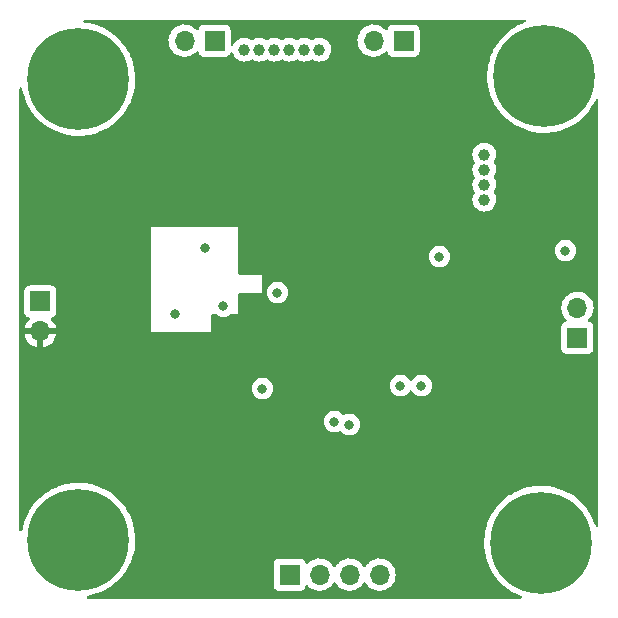
<source format=gbr>
%TF.GenerationSoftware,KiCad,Pcbnew,(6.0.1)*%
%TF.CreationDate,2022-05-08T06:10:33+05:45*%
%TF.ProjectId,STM32F4_Breakout,53544d33-3246-4345-9f42-7265616b6f75,rev?*%
%TF.SameCoordinates,Original*%
%TF.FileFunction,Copper,L3,Inr*%
%TF.FilePolarity,Positive*%
%FSLAX46Y46*%
G04 Gerber Fmt 4.6, Leading zero omitted, Abs format (unit mm)*
G04 Created by KiCad (PCBNEW (6.0.1)) date 2022-05-08 06:10:33*
%MOMM*%
%LPD*%
G01*
G04 APERTURE LIST*
%TA.AperFunction,ComponentPad*%
%ADD10C,0.900000*%
%TD*%
%TA.AperFunction,ComponentPad*%
%ADD11C,8.600000*%
%TD*%
%TA.AperFunction,ComponentPad*%
%ADD12R,1.700000X1.700000*%
%TD*%
%TA.AperFunction,ComponentPad*%
%ADD13O,1.700000X1.700000*%
%TD*%
%TA.AperFunction,ViaPad*%
%ADD14C,1.000000*%
%TD*%
%TA.AperFunction,ViaPad*%
%ADD15C,0.800000*%
%TD*%
G04 APERTURE END LIST*
D10*
%TO.N,GND*%
%TO.C,H3*%
X76733000Y-25296000D03*
X77677581Y-23015581D03*
X79958000Y-28521000D03*
X79958000Y-22071000D03*
X82238419Y-23015581D03*
X83183000Y-25296000D03*
X82238419Y-27576419D03*
X77677581Y-27576419D03*
D11*
X79928000Y-25246000D03*
%TD*%
%TO.N,GND*%
%TO.C,H1*%
X40500000Y-64500000D03*
D10*
X38053581Y-62385581D03*
X38053581Y-66946419D03*
X40334000Y-67891000D03*
X42614419Y-62385581D03*
X43559000Y-64666000D03*
X42614419Y-66946419D03*
X37109000Y-64666000D03*
X40334000Y-61441000D03*
%TD*%
D12*
%TO.N,GND*%
%TO.C,J2*%
X37286000Y-44341000D03*
D13*
%TO.N,+3V3*%
X37286000Y-46881000D03*
%TD*%
D10*
%TO.N,GND*%
%TO.C,H4*%
X77423581Y-66946419D03*
X81984419Y-62385581D03*
X81984419Y-66946419D03*
D11*
X79674000Y-64754000D03*
D10*
X79704000Y-61441000D03*
X77423581Y-62385581D03*
X79704000Y-67891000D03*
X82929000Y-64666000D03*
X76479000Y-64666000D03*
%TD*%
%TO.N,GND*%
%TO.C,H2*%
X40334000Y-22325000D03*
X43559000Y-25550000D03*
D11*
X40500000Y-25500000D03*
D10*
X38053581Y-23269581D03*
X40334000Y-28775000D03*
X38053581Y-27830419D03*
X37109000Y-25550000D03*
X42614419Y-27830419D03*
X42614419Y-23269581D03*
%TD*%
D12*
%TO.N,SPI1_CS*%
%TO.C,J3*%
X58378000Y-67460000D03*
D13*
%TO.N,SPI1_SCK*%
X60918000Y-67460000D03*
%TO.N,SPI1_MISO*%
X63458000Y-67460000D03*
%TO.N,SPI1_MOSI*%
X65998000Y-67460000D03*
%TD*%
D12*
%TO.N,USART1_TX*%
%TO.C,J5*%
X82752000Y-47399000D03*
D13*
%TO.N,USART1_RX*%
X82752000Y-44859000D03*
%TD*%
D12*
%TO.N,GND*%
%TO.C,J6*%
X52023000Y-22248000D03*
D13*
%TO.N,VCC*%
X49483000Y-22248000D03*
%TD*%
D12*
%TO.N,I2C1_SCL*%
%TO.C,J1*%
X68025000Y-22248000D03*
D13*
%TO.N,I2C1_SDA*%
X65485000Y-22248000D03*
%TD*%
D14*
%TO.N,GND*%
X74878000Y-34440000D03*
D15*
X52780000Y-44727000D03*
D14*
X60908000Y-23010000D03*
X74878000Y-31900000D03*
X59638000Y-23010000D03*
D15*
X51256000Y-39774000D03*
D14*
X74878000Y-35710000D03*
X58368000Y-23010000D03*
X54558000Y-23010000D03*
X55828000Y-23010000D03*
X74878000Y-33170000D03*
D15*
X69544000Y-51458000D03*
X71068000Y-40536000D03*
D14*
X57098000Y-23010000D03*
D15*
X48716000Y-45362000D03*
X56082000Y-51712000D03*
X63448000Y-54760000D03*
X62178000Y-54506000D03*
X67766000Y-51458000D03*
%TO.N,+3V3*%
X49478000Y-49934000D03*
X55066000Y-28598000D03*
X67131000Y-39774000D03*
D14*
X62432000Y-30376000D03*
D15*
X68020000Y-28598000D03*
X78688000Y-32154000D03*
X66369000Y-39774000D03*
X57352000Y-54760000D03*
X57352000Y-55522000D03*
X77672000Y-32154000D03*
D14*
X62432000Y-31646000D03*
D15*
X66623000Y-49426000D03*
X67512000Y-49426000D03*
X50494000Y-49934000D03*
D14*
X62432000Y-26058000D03*
X62432000Y-27582000D03*
D15*
%TO.N,NRST*%
X81736000Y-40028000D03*
X57352000Y-43584000D03*
%TD*%
%TA.AperFunction,Conductor*%
%TO.N,+3V3*%
G36*
X78344562Y-20490002D02*
G01*
X78391055Y-20543658D01*
X78401159Y-20613932D01*
X78371665Y-20678512D01*
X78318811Y-20714662D01*
X78111964Y-20788520D01*
X78111959Y-20788522D01*
X78109321Y-20789464D01*
X78106781Y-20790635D01*
X78106776Y-20790637D01*
X78036849Y-20822874D01*
X77720361Y-20968777D01*
X77348880Y-21181957D01*
X77346577Y-21183566D01*
X77346570Y-21183571D01*
X77056360Y-21386401D01*
X76997820Y-21427315D01*
X76669961Y-21702909D01*
X76367899Y-22006557D01*
X76094025Y-22335855D01*
X76092431Y-22338162D01*
X76092429Y-22338164D01*
X75876494Y-22650596D01*
X75850508Y-22688194D01*
X75639276Y-23060786D01*
X75638117Y-23063335D01*
X75638115Y-23063339D01*
X75579192Y-23192934D01*
X75462002Y-23450680D01*
X75461080Y-23453306D01*
X75461075Y-23453318D01*
X75388341Y-23660435D01*
X75320089Y-23854790D01*
X75319398Y-23857510D01*
X75319397Y-23857514D01*
X75224133Y-24232618D01*
X75214661Y-24269914D01*
X75146552Y-24692768D01*
X75116302Y-25120001D01*
X75124151Y-25548233D01*
X75170036Y-25974071D01*
X75253594Y-26394144D01*
X75374163Y-26805127D01*
X75375190Y-26807740D01*
X75375190Y-26807741D01*
X75455191Y-27011355D01*
X75530789Y-27203765D01*
X75591510Y-27325286D01*
X75700161Y-27542731D01*
X75722231Y-27586901D01*
X75946974Y-27951502D01*
X76203239Y-28294682D01*
X76205100Y-28296760D01*
X76205101Y-28296761D01*
X76487127Y-28611637D01*
X76487133Y-28611643D01*
X76488995Y-28613722D01*
X76801981Y-28906098D01*
X77139719Y-29169493D01*
X77499533Y-29401822D01*
X77502012Y-29403126D01*
X77502015Y-29403128D01*
X77876077Y-29599932D01*
X77876083Y-29599935D01*
X77878577Y-29601247D01*
X77881175Y-29602331D01*
X77881179Y-29602333D01*
X78271263Y-29765109D01*
X78271268Y-29765111D01*
X78273847Y-29766187D01*
X78276512Y-29767030D01*
X78276518Y-29767032D01*
X78482626Y-29832215D01*
X78682214Y-29895336D01*
X79100446Y-29987673D01*
X79103220Y-29988031D01*
X79103221Y-29988031D01*
X79522460Y-30042109D01*
X79522467Y-30042110D01*
X79525230Y-30042466D01*
X79528017Y-30042576D01*
X79528023Y-30042576D01*
X79776238Y-30052328D01*
X79953203Y-30059281D01*
X79955995Y-30059142D01*
X79956000Y-30059142D01*
X80378172Y-30038125D01*
X80378181Y-30038124D01*
X80380976Y-30037985D01*
X80383753Y-30037597D01*
X80383755Y-30037597D01*
X80458066Y-30027219D01*
X80805163Y-29978747D01*
X81222404Y-29882036D01*
X81436307Y-29811915D01*
X81626744Y-29749487D01*
X81626750Y-29749485D01*
X81629397Y-29748617D01*
X82022918Y-29579547D01*
X82399852Y-29376164D01*
X82757214Y-29140080D01*
X83092175Y-28873162D01*
X83402082Y-28577525D01*
X83403919Y-28575431D01*
X83403927Y-28575422D01*
X83682635Y-28257616D01*
X83684482Y-28255510D01*
X83719374Y-28207750D01*
X83935490Y-27911923D01*
X83937139Y-27909666D01*
X83938585Y-27907265D01*
X84156601Y-27545142D01*
X84156606Y-27545133D01*
X84158052Y-27542731D01*
X84290704Y-27270150D01*
X84338498Y-27217650D01*
X84407088Y-27199324D01*
X84474698Y-27220990D01*
X84519862Y-27275769D01*
X84530000Y-27325286D01*
X84530000Y-63343767D01*
X84509998Y-63411888D01*
X84456342Y-63458381D01*
X84386068Y-63468485D01*
X84321488Y-63438991D01*
X84284065Y-63382390D01*
X84186318Y-63078856D01*
X84186316Y-63078849D01*
X84185463Y-63076202D01*
X84018456Y-62681801D01*
X83817050Y-62303807D01*
X83652769Y-62052280D01*
X83584381Y-61947573D01*
X83584378Y-61947569D01*
X83582840Y-61945214D01*
X83317680Y-61608860D01*
X83023670Y-61297409D01*
X83021579Y-61295556D01*
X83021571Y-61295548D01*
X82705237Y-61015188D01*
X82705235Y-61015186D01*
X82703137Y-61013327D01*
X82358621Y-60758863D01*
X82165733Y-60641355D01*
X81995237Y-60537487D01*
X81995230Y-60537483D01*
X81992848Y-60536032D01*
X81875514Y-60478169D01*
X81611228Y-60347838D01*
X81608714Y-60346598D01*
X81209262Y-60192062D01*
X80962678Y-60121122D01*
X80800335Y-60074417D01*
X80800329Y-60074415D01*
X80797654Y-60073646D01*
X80794917Y-60073117D01*
X80794911Y-60073115D01*
X80641654Y-60043464D01*
X80377148Y-59992289D01*
X80374374Y-59992005D01*
X80374362Y-59992003D01*
X80091111Y-59962982D01*
X79951076Y-59948634D01*
X79948286Y-59948597D01*
X79948278Y-59948597D01*
X79680825Y-59945096D01*
X79522809Y-59943028D01*
X79520009Y-59943241D01*
X79520008Y-59943241D01*
X79445364Y-59948919D01*
X79095740Y-59975514D01*
X78673249Y-60045836D01*
X78587671Y-60068048D01*
X78261400Y-60152731D01*
X78261389Y-60152734D01*
X78258682Y-60153437D01*
X78000575Y-60245599D01*
X77857964Y-60296520D01*
X77857959Y-60296522D01*
X77855321Y-60297464D01*
X77852781Y-60298635D01*
X77852776Y-60298637D01*
X77750930Y-60345589D01*
X77466361Y-60476777D01*
X77094880Y-60689957D01*
X77092577Y-60691566D01*
X77092570Y-60691571D01*
X76992962Y-60761188D01*
X76743820Y-60935315D01*
X76415961Y-61210909D01*
X76113899Y-61514557D01*
X75840025Y-61843855D01*
X75838431Y-61846162D01*
X75838429Y-61846164D01*
X75697683Y-62049807D01*
X75596508Y-62196194D01*
X75385276Y-62568786D01*
X75208002Y-62958680D01*
X75207080Y-62961306D01*
X75207075Y-62961318D01*
X75126281Y-63191388D01*
X75066089Y-63362790D01*
X74960661Y-63777914D01*
X74892552Y-64200768D01*
X74862302Y-64628001D01*
X74870151Y-65056233D01*
X74916036Y-65482071D01*
X74999594Y-65902144D01*
X75120163Y-66313127D01*
X75121190Y-66315740D01*
X75121190Y-66315741D01*
X75245692Y-66632617D01*
X75276789Y-66711765D01*
X75468231Y-67094901D01*
X75692974Y-67459502D01*
X75949239Y-67802682D01*
X75951100Y-67804760D01*
X75951101Y-67804761D01*
X76233127Y-68119637D01*
X76233133Y-68119643D01*
X76234995Y-68121722D01*
X76237046Y-68123638D01*
X76237047Y-68123639D01*
X76256848Y-68142136D01*
X76547981Y-68414098D01*
X76885719Y-68677493D01*
X77245533Y-68909822D01*
X77248012Y-68911126D01*
X77248015Y-68911128D01*
X77622077Y-69107932D01*
X77622083Y-69107935D01*
X77624577Y-69109247D01*
X77627175Y-69110331D01*
X77627179Y-69110333D01*
X77961208Y-69249718D01*
X78016372Y-69294411D01*
X78038616Y-69361833D01*
X78020878Y-69430578D01*
X77968790Y-69478820D01*
X77912685Y-69492000D01*
X41333982Y-69492000D01*
X41265861Y-69471998D01*
X41219368Y-69418342D01*
X41209264Y-69348068D01*
X41238758Y-69283488D01*
X41298484Y-69245104D01*
X41316555Y-69241211D01*
X41323019Y-69240308D01*
X41377163Y-69232747D01*
X41794404Y-69136036D01*
X42023444Y-69060953D01*
X42198744Y-69003487D01*
X42198750Y-69003485D01*
X42201397Y-69002617D01*
X42594918Y-68833547D01*
X42617127Y-68821564D01*
X42785599Y-68730661D01*
X42971852Y-68630164D01*
X43329214Y-68394080D01*
X43374323Y-68358134D01*
X57019500Y-68358134D01*
X57026255Y-68420316D01*
X57077385Y-68556705D01*
X57164739Y-68673261D01*
X57281295Y-68760615D01*
X57417684Y-68811745D01*
X57479866Y-68818500D01*
X59276134Y-68818500D01*
X59338316Y-68811745D01*
X59474705Y-68760615D01*
X59591261Y-68673261D01*
X59678615Y-68556705D01*
X59683346Y-68544086D01*
X59722598Y-68439382D01*
X59765240Y-68382618D01*
X59831802Y-68357918D01*
X59901150Y-68373126D01*
X59935817Y-68401114D01*
X59964250Y-68433938D01*
X60136126Y-68576632D01*
X60329000Y-68689338D01*
X60537692Y-68769030D01*
X60542760Y-68770061D01*
X60542763Y-68770062D01*
X60650017Y-68791883D01*
X60756597Y-68813567D01*
X60761772Y-68813757D01*
X60761774Y-68813757D01*
X60974673Y-68821564D01*
X60974677Y-68821564D01*
X60979837Y-68821753D01*
X60984957Y-68821097D01*
X60984959Y-68821097D01*
X61196288Y-68794025D01*
X61196289Y-68794025D01*
X61201416Y-68793368D01*
X61206366Y-68791883D01*
X61410429Y-68730661D01*
X61410434Y-68730659D01*
X61415384Y-68729174D01*
X61615994Y-68630896D01*
X61797860Y-68501173D01*
X61956096Y-68343489D01*
X62086453Y-68162077D01*
X62087776Y-68163028D01*
X62134645Y-68119857D01*
X62204580Y-68107625D01*
X62270026Y-68135144D01*
X62297875Y-68166994D01*
X62357987Y-68265088D01*
X62504250Y-68433938D01*
X62676126Y-68576632D01*
X62869000Y-68689338D01*
X63077692Y-68769030D01*
X63082760Y-68770061D01*
X63082763Y-68770062D01*
X63190017Y-68791883D01*
X63296597Y-68813567D01*
X63301772Y-68813757D01*
X63301774Y-68813757D01*
X63514673Y-68821564D01*
X63514677Y-68821564D01*
X63519837Y-68821753D01*
X63524957Y-68821097D01*
X63524959Y-68821097D01*
X63736288Y-68794025D01*
X63736289Y-68794025D01*
X63741416Y-68793368D01*
X63746366Y-68791883D01*
X63950429Y-68730661D01*
X63950434Y-68730659D01*
X63955384Y-68729174D01*
X64155994Y-68630896D01*
X64337860Y-68501173D01*
X64496096Y-68343489D01*
X64626453Y-68162077D01*
X64627776Y-68163028D01*
X64674645Y-68119857D01*
X64744580Y-68107625D01*
X64810026Y-68135144D01*
X64837875Y-68166994D01*
X64897987Y-68265088D01*
X65044250Y-68433938D01*
X65216126Y-68576632D01*
X65409000Y-68689338D01*
X65617692Y-68769030D01*
X65622760Y-68770061D01*
X65622763Y-68770062D01*
X65730017Y-68791883D01*
X65836597Y-68813567D01*
X65841772Y-68813757D01*
X65841774Y-68813757D01*
X66054673Y-68821564D01*
X66054677Y-68821564D01*
X66059837Y-68821753D01*
X66064957Y-68821097D01*
X66064959Y-68821097D01*
X66276288Y-68794025D01*
X66276289Y-68794025D01*
X66281416Y-68793368D01*
X66286366Y-68791883D01*
X66490429Y-68730661D01*
X66490434Y-68730659D01*
X66495384Y-68729174D01*
X66695994Y-68630896D01*
X66877860Y-68501173D01*
X67036096Y-68343489D01*
X67166453Y-68162077D01*
X67174552Y-68145691D01*
X67263136Y-67966453D01*
X67263137Y-67966451D01*
X67265430Y-67961811D01*
X67314457Y-67800444D01*
X67328865Y-67753023D01*
X67328865Y-67753021D01*
X67330370Y-67748069D01*
X67359529Y-67526590D01*
X67361156Y-67460000D01*
X67342852Y-67237361D01*
X67288431Y-67020702D01*
X67199354Y-66815840D01*
X67132025Y-66711765D01*
X67080822Y-66632617D01*
X67080820Y-66632614D01*
X67078014Y-66628277D01*
X66927670Y-66463051D01*
X66923619Y-66459852D01*
X66923615Y-66459848D01*
X66756414Y-66327800D01*
X66756410Y-66327798D01*
X66752359Y-66324598D01*
X66556789Y-66216638D01*
X66551920Y-66214914D01*
X66551916Y-66214912D01*
X66351087Y-66143795D01*
X66351083Y-66143794D01*
X66346212Y-66142069D01*
X66341119Y-66141162D01*
X66341116Y-66141161D01*
X66131373Y-66103800D01*
X66131367Y-66103799D01*
X66126284Y-66102894D01*
X66052452Y-66101992D01*
X65908081Y-66100228D01*
X65908079Y-66100228D01*
X65902911Y-66100165D01*
X65682091Y-66133955D01*
X65469756Y-66203357D01*
X65271607Y-66306507D01*
X65267474Y-66309610D01*
X65267471Y-66309612D01*
X65131621Y-66411611D01*
X65092965Y-66440635D01*
X65089393Y-66444373D01*
X64981729Y-66557037D01*
X64938629Y-66602138D01*
X64831201Y-66759621D01*
X64776293Y-66804621D01*
X64705768Y-66812792D01*
X64642021Y-66781538D01*
X64621324Y-66757054D01*
X64540822Y-66632617D01*
X64540820Y-66632614D01*
X64538014Y-66628277D01*
X64387670Y-66463051D01*
X64383619Y-66459852D01*
X64383615Y-66459848D01*
X64216414Y-66327800D01*
X64216410Y-66327798D01*
X64212359Y-66324598D01*
X64016789Y-66216638D01*
X64011920Y-66214914D01*
X64011916Y-66214912D01*
X63811087Y-66143795D01*
X63811083Y-66143794D01*
X63806212Y-66142069D01*
X63801119Y-66141162D01*
X63801116Y-66141161D01*
X63591373Y-66103800D01*
X63591367Y-66103799D01*
X63586284Y-66102894D01*
X63512452Y-66101992D01*
X63368081Y-66100228D01*
X63368079Y-66100228D01*
X63362911Y-66100165D01*
X63142091Y-66133955D01*
X62929756Y-66203357D01*
X62731607Y-66306507D01*
X62727474Y-66309610D01*
X62727471Y-66309612D01*
X62591621Y-66411611D01*
X62552965Y-66440635D01*
X62549393Y-66444373D01*
X62441729Y-66557037D01*
X62398629Y-66602138D01*
X62291201Y-66759621D01*
X62236293Y-66804621D01*
X62165768Y-66812792D01*
X62102021Y-66781538D01*
X62081324Y-66757054D01*
X62000822Y-66632617D01*
X62000820Y-66632614D01*
X61998014Y-66628277D01*
X61847670Y-66463051D01*
X61843619Y-66459852D01*
X61843615Y-66459848D01*
X61676414Y-66327800D01*
X61676410Y-66327798D01*
X61672359Y-66324598D01*
X61476789Y-66216638D01*
X61471920Y-66214914D01*
X61471916Y-66214912D01*
X61271087Y-66143795D01*
X61271083Y-66143794D01*
X61266212Y-66142069D01*
X61261119Y-66141162D01*
X61261116Y-66141161D01*
X61051373Y-66103800D01*
X61051367Y-66103799D01*
X61046284Y-66102894D01*
X60972452Y-66101992D01*
X60828081Y-66100228D01*
X60828079Y-66100228D01*
X60822911Y-66100165D01*
X60602091Y-66133955D01*
X60389756Y-66203357D01*
X60191607Y-66306507D01*
X60187474Y-66309610D01*
X60187471Y-66309612D01*
X60051621Y-66411611D01*
X60012965Y-66440635D01*
X59956537Y-66499684D01*
X59932283Y-66525064D01*
X59870759Y-66560494D01*
X59799846Y-66557037D01*
X59742060Y-66515791D01*
X59723207Y-66482243D01*
X59681767Y-66371703D01*
X59678615Y-66363295D01*
X59591261Y-66246739D01*
X59474705Y-66159385D01*
X59338316Y-66108255D01*
X59276134Y-66101500D01*
X57479866Y-66101500D01*
X57417684Y-66108255D01*
X57281295Y-66159385D01*
X57164739Y-66246739D01*
X57077385Y-66363295D01*
X57026255Y-66499684D01*
X57019500Y-66561866D01*
X57019500Y-68358134D01*
X43374323Y-68358134D01*
X43664175Y-68127162D01*
X43974082Y-67831525D01*
X43975919Y-67829431D01*
X43975927Y-67829422D01*
X44254635Y-67511616D01*
X44256482Y-67509510D01*
X44290194Y-67463365D01*
X44490225Y-67189556D01*
X44509139Y-67163666D01*
X44510585Y-67161265D01*
X44728601Y-66799142D01*
X44728606Y-66799133D01*
X44730052Y-66796731D01*
X44892438Y-66463051D01*
X44916238Y-66414145D01*
X44916239Y-66414142D01*
X44917471Y-66411611D01*
X45035074Y-66102831D01*
X45068918Y-66013971D01*
X45068920Y-66013964D01*
X45069914Y-66011355D01*
X45186173Y-65599132D01*
X45250589Y-65256581D01*
X45264811Y-65180954D01*
X45264813Y-65180942D01*
X45265327Y-65178207D01*
X45306750Y-64751911D01*
X45308194Y-64696780D01*
X45313289Y-64502234D01*
X45313289Y-64502220D01*
X45313347Y-64500000D01*
X45294291Y-64072121D01*
X45237275Y-63647630D01*
X45208666Y-63521193D01*
X45143368Y-63232618D01*
X45143368Y-63232617D01*
X45142750Y-63229887D01*
X45102901Y-63106143D01*
X45012318Y-62824856D01*
X45012316Y-62824849D01*
X45011463Y-62822202D01*
X44844456Y-62427801D01*
X44643050Y-62049807D01*
X44641516Y-62047458D01*
X44410381Y-61693573D01*
X44410378Y-61693569D01*
X44408840Y-61691214D01*
X44143680Y-61354860D01*
X43849670Y-61043409D01*
X43847579Y-61041556D01*
X43847571Y-61041548D01*
X43531237Y-60761188D01*
X43531235Y-60761186D01*
X43529137Y-60759327D01*
X43184621Y-60504863D01*
X42991733Y-60387355D01*
X42821237Y-60283487D01*
X42821230Y-60283483D01*
X42818848Y-60282032D01*
X42701514Y-60224169D01*
X42632555Y-60190163D01*
X42434714Y-60092598D01*
X42035262Y-59938062D01*
X41788678Y-59867122D01*
X41626335Y-59820417D01*
X41626329Y-59820415D01*
X41623654Y-59819646D01*
X41620917Y-59819117D01*
X41620911Y-59819115D01*
X41475828Y-59791046D01*
X41203148Y-59738289D01*
X41200374Y-59738005D01*
X41200362Y-59738003D01*
X40917111Y-59708982D01*
X40777076Y-59694634D01*
X40774286Y-59694597D01*
X40774278Y-59694597D01*
X40506825Y-59691096D01*
X40348809Y-59689028D01*
X40346009Y-59689241D01*
X40346008Y-59689241D01*
X40271364Y-59694919D01*
X39921740Y-59721514D01*
X39499249Y-59791836D01*
X39413671Y-59814048D01*
X39087400Y-59898731D01*
X39087389Y-59898734D01*
X39084682Y-59899437D01*
X38870336Y-59975973D01*
X38683964Y-60042520D01*
X38683959Y-60042522D01*
X38681321Y-60043464D01*
X38678781Y-60044635D01*
X38678776Y-60044637D01*
X38576930Y-60091589D01*
X38292361Y-60222777D01*
X37920880Y-60435957D01*
X37918577Y-60437566D01*
X37918570Y-60437571D01*
X37775610Y-60537487D01*
X37569820Y-60681315D01*
X37241961Y-60956909D01*
X36939899Y-61260557D01*
X36666025Y-61589855D01*
X36664431Y-61592162D01*
X36664429Y-61592164D01*
X36488879Y-61846164D01*
X36422508Y-61942194D01*
X36211276Y-62314786D01*
X36034002Y-62704680D01*
X36033080Y-62707306D01*
X36033075Y-62707318D01*
X35993633Y-62819634D01*
X35892089Y-63108790D01*
X35891398Y-63111510D01*
X35891397Y-63111514D01*
X35787352Y-63521193D01*
X35786661Y-63523914D01*
X35767176Y-63644888D01*
X35758397Y-63699391D01*
X35727817Y-63763464D01*
X35667450Y-63800833D01*
X35596464Y-63799633D01*
X35537395Y-63760246D01*
X35508997Y-63695176D01*
X35508000Y-63679354D01*
X35508000Y-54506000D01*
X61264496Y-54506000D01*
X61284458Y-54695928D01*
X61343473Y-54877556D01*
X61438960Y-55042944D01*
X61443378Y-55047851D01*
X61443379Y-55047852D01*
X61562325Y-55179955D01*
X61566747Y-55184866D01*
X61721248Y-55297118D01*
X61727276Y-55299802D01*
X61727278Y-55299803D01*
X61889679Y-55372108D01*
X61895712Y-55374794D01*
X61989112Y-55394647D01*
X62076056Y-55413128D01*
X62076061Y-55413128D01*
X62082513Y-55414500D01*
X62273487Y-55414500D01*
X62279939Y-55413128D01*
X62279944Y-55413128D01*
X62366888Y-55394647D01*
X62460288Y-55374794D01*
X62466315Y-55372111D01*
X62466323Y-55372108D01*
X62604208Y-55310718D01*
X62674575Y-55301284D01*
X62738872Y-55331391D01*
X62749091Y-55341514D01*
X62836747Y-55438866D01*
X62991248Y-55551118D01*
X62997276Y-55553802D01*
X62997278Y-55553803D01*
X63159681Y-55626109D01*
X63165712Y-55628794D01*
X63259112Y-55648647D01*
X63346056Y-55667128D01*
X63346061Y-55667128D01*
X63352513Y-55668500D01*
X63543487Y-55668500D01*
X63549939Y-55667128D01*
X63549944Y-55667128D01*
X63636888Y-55648647D01*
X63730288Y-55628794D01*
X63736319Y-55626109D01*
X63898722Y-55553803D01*
X63898724Y-55553802D01*
X63904752Y-55551118D01*
X64059253Y-55438866D01*
X64187040Y-55296944D01*
X64282527Y-55131556D01*
X64341542Y-54949928D01*
X64361504Y-54760000D01*
X64341542Y-54570072D01*
X64282527Y-54388444D01*
X64187040Y-54223056D01*
X64107254Y-54134444D01*
X64063675Y-54086045D01*
X64063674Y-54086044D01*
X64059253Y-54081134D01*
X63904752Y-53968882D01*
X63898724Y-53966198D01*
X63898722Y-53966197D01*
X63736319Y-53893891D01*
X63736318Y-53893891D01*
X63730288Y-53891206D01*
X63636887Y-53871353D01*
X63549944Y-53852872D01*
X63549939Y-53852872D01*
X63543487Y-53851500D01*
X63352513Y-53851500D01*
X63346061Y-53852872D01*
X63346056Y-53852872D01*
X63259112Y-53871353D01*
X63165712Y-53891206D01*
X63159685Y-53893889D01*
X63159677Y-53893892D01*
X63021792Y-53955282D01*
X62951425Y-53964716D01*
X62887128Y-53934609D01*
X62876908Y-53924485D01*
X62793675Y-53832045D01*
X62793674Y-53832044D01*
X62789253Y-53827134D01*
X62634752Y-53714882D01*
X62628724Y-53712198D01*
X62628722Y-53712197D01*
X62466319Y-53639891D01*
X62466318Y-53639891D01*
X62460288Y-53637206D01*
X62366887Y-53617353D01*
X62279944Y-53598872D01*
X62279939Y-53598872D01*
X62273487Y-53597500D01*
X62082513Y-53597500D01*
X62076061Y-53598872D01*
X62076056Y-53598872D01*
X61989113Y-53617353D01*
X61895712Y-53637206D01*
X61889682Y-53639891D01*
X61889681Y-53639891D01*
X61727278Y-53712197D01*
X61727276Y-53712198D01*
X61721248Y-53714882D01*
X61566747Y-53827134D01*
X61438960Y-53969056D01*
X61343473Y-54134444D01*
X61284458Y-54316072D01*
X61264496Y-54506000D01*
X35508000Y-54506000D01*
X35508000Y-51712000D01*
X55168496Y-51712000D01*
X55188458Y-51901928D01*
X55247473Y-52083556D01*
X55342960Y-52248944D01*
X55470747Y-52390866D01*
X55625248Y-52503118D01*
X55631276Y-52505802D01*
X55631278Y-52505803D01*
X55793681Y-52578109D01*
X55799712Y-52580794D01*
X55893113Y-52600647D01*
X55980056Y-52619128D01*
X55980061Y-52619128D01*
X55986513Y-52620500D01*
X56177487Y-52620500D01*
X56183939Y-52619128D01*
X56183944Y-52619128D01*
X56270888Y-52600647D01*
X56364288Y-52580794D01*
X56370319Y-52578109D01*
X56532722Y-52505803D01*
X56532724Y-52505802D01*
X56538752Y-52503118D01*
X56693253Y-52390866D01*
X56821040Y-52248944D01*
X56916527Y-52083556D01*
X56975542Y-51901928D01*
X56995504Y-51712000D01*
X56975542Y-51522072D01*
X56954724Y-51458000D01*
X66852496Y-51458000D01*
X66872458Y-51647928D01*
X66931473Y-51829556D01*
X66934776Y-51835278D01*
X66934777Y-51835279D01*
X66965309Y-51888162D01*
X67026960Y-51994944D01*
X67031378Y-51999851D01*
X67031379Y-51999852D01*
X67150325Y-52131955D01*
X67154747Y-52136866D01*
X67309248Y-52249118D01*
X67315276Y-52251802D01*
X67315278Y-52251803D01*
X67477681Y-52324109D01*
X67483712Y-52326794D01*
X67577113Y-52346647D01*
X67664056Y-52365128D01*
X67664061Y-52365128D01*
X67670513Y-52366500D01*
X67861487Y-52366500D01*
X67867939Y-52365128D01*
X67867944Y-52365128D01*
X67954887Y-52346647D01*
X68048288Y-52326794D01*
X68054319Y-52324109D01*
X68216722Y-52251803D01*
X68216724Y-52251802D01*
X68222752Y-52249118D01*
X68377253Y-52136866D01*
X68381675Y-52131955D01*
X68500621Y-51999852D01*
X68500622Y-51999851D01*
X68505040Y-51994944D01*
X68545882Y-51924204D01*
X68597263Y-51875212D01*
X68666977Y-51861776D01*
X68732888Y-51888162D01*
X68764118Y-51924204D01*
X68804960Y-51994944D01*
X68809378Y-51999851D01*
X68809379Y-51999852D01*
X68928325Y-52131955D01*
X68932747Y-52136866D01*
X69087248Y-52249118D01*
X69093276Y-52251802D01*
X69093278Y-52251803D01*
X69255681Y-52324109D01*
X69261712Y-52326794D01*
X69355113Y-52346647D01*
X69442056Y-52365128D01*
X69442061Y-52365128D01*
X69448513Y-52366500D01*
X69639487Y-52366500D01*
X69645939Y-52365128D01*
X69645944Y-52365128D01*
X69732887Y-52346647D01*
X69826288Y-52326794D01*
X69832319Y-52324109D01*
X69994722Y-52251803D01*
X69994724Y-52251802D01*
X70000752Y-52249118D01*
X70155253Y-52136866D01*
X70159675Y-52131955D01*
X70278621Y-51999852D01*
X70278622Y-51999851D01*
X70283040Y-51994944D01*
X70344691Y-51888162D01*
X70375223Y-51835279D01*
X70375224Y-51835278D01*
X70378527Y-51829556D01*
X70437542Y-51647928D01*
X70457504Y-51458000D01*
X70437542Y-51268072D01*
X70378527Y-51086444D01*
X70352168Y-51040788D01*
X70286341Y-50926774D01*
X70283040Y-50921056D01*
X70155253Y-50779134D01*
X70000752Y-50666882D01*
X69994724Y-50664198D01*
X69994722Y-50664197D01*
X69832319Y-50591891D01*
X69832318Y-50591891D01*
X69826288Y-50589206D01*
X69732888Y-50569353D01*
X69645944Y-50550872D01*
X69645939Y-50550872D01*
X69639487Y-50549500D01*
X69448513Y-50549500D01*
X69442061Y-50550872D01*
X69442056Y-50550872D01*
X69355112Y-50569353D01*
X69261712Y-50589206D01*
X69255682Y-50591891D01*
X69255681Y-50591891D01*
X69093278Y-50664197D01*
X69093276Y-50664198D01*
X69087248Y-50666882D01*
X68932747Y-50779134D01*
X68804960Y-50921056D01*
X68801659Y-50926774D01*
X68764119Y-50991795D01*
X68712737Y-51040788D01*
X68643023Y-51054224D01*
X68577112Y-51027838D01*
X68545881Y-50991795D01*
X68508341Y-50926774D01*
X68505040Y-50921056D01*
X68377253Y-50779134D01*
X68222752Y-50666882D01*
X68216724Y-50664198D01*
X68216722Y-50664197D01*
X68054319Y-50591891D01*
X68054318Y-50591891D01*
X68048288Y-50589206D01*
X67954888Y-50569353D01*
X67867944Y-50550872D01*
X67867939Y-50550872D01*
X67861487Y-50549500D01*
X67670513Y-50549500D01*
X67664061Y-50550872D01*
X67664056Y-50550872D01*
X67577112Y-50569353D01*
X67483712Y-50589206D01*
X67477682Y-50591891D01*
X67477681Y-50591891D01*
X67315278Y-50664197D01*
X67315276Y-50664198D01*
X67309248Y-50666882D01*
X67154747Y-50779134D01*
X67026960Y-50921056D01*
X67023659Y-50926774D01*
X66957833Y-51040788D01*
X66931473Y-51086444D01*
X66872458Y-51268072D01*
X66852496Y-51458000D01*
X56954724Y-51458000D01*
X56916527Y-51340444D01*
X56821040Y-51175056D01*
X56741254Y-51086444D01*
X56697675Y-51038045D01*
X56697674Y-51038044D01*
X56693253Y-51033134D01*
X56538752Y-50920882D01*
X56532724Y-50918198D01*
X56532722Y-50918197D01*
X56370319Y-50845891D01*
X56370318Y-50845891D01*
X56364288Y-50843206D01*
X56270888Y-50823353D01*
X56183944Y-50804872D01*
X56183939Y-50804872D01*
X56177487Y-50803500D01*
X55986513Y-50803500D01*
X55980061Y-50804872D01*
X55980056Y-50804872D01*
X55893112Y-50823353D01*
X55799712Y-50843206D01*
X55793682Y-50845891D01*
X55793681Y-50845891D01*
X55631278Y-50918197D01*
X55631276Y-50918198D01*
X55625248Y-50920882D01*
X55470747Y-51033134D01*
X55466326Y-51038044D01*
X55466325Y-51038045D01*
X55422747Y-51086444D01*
X55342960Y-51175056D01*
X55247473Y-51340444D01*
X55188458Y-51522072D01*
X55168496Y-51712000D01*
X35508000Y-51712000D01*
X35508000Y-47148966D01*
X35954257Y-47148966D01*
X35984565Y-47283446D01*
X35987645Y-47293275D01*
X36067770Y-47490603D01*
X36072413Y-47499794D01*
X36183694Y-47681388D01*
X36189777Y-47689699D01*
X36329213Y-47850667D01*
X36336580Y-47857883D01*
X36500434Y-47993916D01*
X36508881Y-47999831D01*
X36692756Y-48107279D01*
X36702042Y-48111729D01*
X36901001Y-48187703D01*
X36910899Y-48190579D01*
X37014250Y-48211606D01*
X37028299Y-48210410D01*
X37032000Y-48200065D01*
X37032000Y-48199517D01*
X37540000Y-48199517D01*
X37544064Y-48213359D01*
X37557478Y-48215393D01*
X37564184Y-48214534D01*
X37574262Y-48212392D01*
X37778255Y-48151191D01*
X37787842Y-48147433D01*
X37979095Y-48053739D01*
X37987945Y-48048464D01*
X38161328Y-47924792D01*
X38169200Y-47918139D01*
X38320052Y-47767812D01*
X38326730Y-47759965D01*
X38451003Y-47587020D01*
X38456313Y-47578183D01*
X38550670Y-47387267D01*
X38554469Y-47377672D01*
X38616377Y-47173910D01*
X38618555Y-47163837D01*
X38619986Y-47152962D01*
X38617775Y-47138778D01*
X38604617Y-47135000D01*
X37558115Y-47135000D01*
X37542876Y-47139475D01*
X37541671Y-47140865D01*
X37540000Y-47148548D01*
X37540000Y-48199517D01*
X37032000Y-48199517D01*
X37032000Y-47153115D01*
X37027525Y-47137876D01*
X37026135Y-47136671D01*
X37018452Y-47135000D01*
X35969225Y-47135000D01*
X35955694Y-47138973D01*
X35954257Y-47148966D01*
X35508000Y-47148966D01*
X35508000Y-46886000D01*
X46684000Y-46886000D01*
X51764000Y-46886000D01*
X51764000Y-45488000D01*
X51784002Y-45419879D01*
X51837658Y-45373386D01*
X51890000Y-45362000D01*
X52073152Y-45362000D01*
X52141273Y-45382002D01*
X52158969Y-45397045D01*
X52159423Y-45396541D01*
X52164325Y-45400954D01*
X52168747Y-45405866D01*
X52323248Y-45518118D01*
X52329276Y-45520802D01*
X52329278Y-45520803D01*
X52429169Y-45565277D01*
X52497712Y-45595794D01*
X52591113Y-45615647D01*
X52678056Y-45634128D01*
X52678061Y-45634128D01*
X52684513Y-45635500D01*
X52875487Y-45635500D01*
X52881939Y-45634128D01*
X52881944Y-45634128D01*
X52968887Y-45615647D01*
X53062288Y-45595794D01*
X53130831Y-45565277D01*
X53230722Y-45520803D01*
X53230724Y-45520802D01*
X53236752Y-45518118D01*
X53391253Y-45405866D01*
X53395675Y-45400954D01*
X53400577Y-45396541D01*
X53402090Y-45398222D01*
X53453649Y-45366452D01*
X53486848Y-45362000D01*
X54050000Y-45362000D01*
X54050000Y-44825695D01*
X81389251Y-44825695D01*
X81389548Y-44830848D01*
X81389548Y-44830851D01*
X81395011Y-44925590D01*
X81402110Y-45048715D01*
X81403247Y-45053761D01*
X81403248Y-45053767D01*
X81413342Y-45098556D01*
X81451222Y-45266639D01*
X81535266Y-45473616D01*
X81584685Y-45554261D01*
X81640148Y-45644768D01*
X81651987Y-45664088D01*
X81798250Y-45832938D01*
X81802230Y-45836242D01*
X81806981Y-45840187D01*
X81846616Y-45899090D01*
X81848113Y-45970071D01*
X81810997Y-46030593D01*
X81770724Y-46055112D01*
X81655295Y-46098385D01*
X81538739Y-46185739D01*
X81451385Y-46302295D01*
X81400255Y-46438684D01*
X81393500Y-46500866D01*
X81393500Y-48297134D01*
X81400255Y-48359316D01*
X81451385Y-48495705D01*
X81538739Y-48612261D01*
X81655295Y-48699615D01*
X81791684Y-48750745D01*
X81853866Y-48757500D01*
X83650134Y-48757500D01*
X83712316Y-48750745D01*
X83848705Y-48699615D01*
X83965261Y-48612261D01*
X84052615Y-48495705D01*
X84103745Y-48359316D01*
X84110500Y-48297134D01*
X84110500Y-46500866D01*
X84103745Y-46438684D01*
X84052615Y-46302295D01*
X83965261Y-46185739D01*
X83848705Y-46098385D01*
X83836132Y-46093672D01*
X83730203Y-46053960D01*
X83673439Y-46011318D01*
X83648739Y-45944756D01*
X83663947Y-45875408D01*
X83685493Y-45846727D01*
X83786435Y-45746137D01*
X83790096Y-45742489D01*
X83825841Y-45692745D01*
X83917435Y-45565277D01*
X83920453Y-45561077D01*
X83977876Y-45444891D01*
X84017136Y-45365453D01*
X84017137Y-45365451D01*
X84019430Y-45360811D01*
X84057437Y-45235717D01*
X84082865Y-45152023D01*
X84082865Y-45152021D01*
X84084370Y-45147069D01*
X84113529Y-44925590D01*
X84115156Y-44859000D01*
X84096852Y-44636361D01*
X84042431Y-44419702D01*
X83953354Y-44214840D01*
X83832014Y-44027277D01*
X83681670Y-43862051D01*
X83677619Y-43858852D01*
X83677615Y-43858848D01*
X83510414Y-43726800D01*
X83510410Y-43726798D01*
X83506359Y-43723598D01*
X83310789Y-43615638D01*
X83305920Y-43613914D01*
X83305916Y-43613912D01*
X83105087Y-43542795D01*
X83105083Y-43542794D01*
X83100212Y-43541069D01*
X83095119Y-43540162D01*
X83095116Y-43540161D01*
X82885373Y-43502800D01*
X82885367Y-43502799D01*
X82880284Y-43501894D01*
X82806452Y-43500992D01*
X82662081Y-43499228D01*
X82662079Y-43499228D01*
X82656911Y-43499165D01*
X82436091Y-43532955D01*
X82223756Y-43602357D01*
X82025607Y-43705507D01*
X82021474Y-43708610D01*
X82021471Y-43708612D01*
X81926117Y-43780206D01*
X81846965Y-43839635D01*
X81692629Y-44001138D01*
X81689715Y-44005410D01*
X81689714Y-44005411D01*
X81614803Y-44115226D01*
X81566743Y-44185680D01*
X81551003Y-44219590D01*
X81480611Y-44371237D01*
X81472688Y-44388305D01*
X81412989Y-44603570D01*
X81389251Y-44825695D01*
X54050000Y-44825695D01*
X54050000Y-43710000D01*
X54070002Y-43641879D01*
X54123658Y-43595386D01*
X54176000Y-43584000D01*
X56082000Y-43584000D01*
X56438496Y-43584000D01*
X56458458Y-43773928D01*
X56517473Y-43955556D01*
X56612960Y-44120944D01*
X56740747Y-44262866D01*
X56895248Y-44375118D01*
X56901276Y-44377802D01*
X56901278Y-44377803D01*
X57006656Y-44424720D01*
X57069712Y-44452794D01*
X57163112Y-44472647D01*
X57250056Y-44491128D01*
X57250061Y-44491128D01*
X57256513Y-44492500D01*
X57447487Y-44492500D01*
X57453939Y-44491128D01*
X57453944Y-44491128D01*
X57540888Y-44472647D01*
X57634288Y-44452794D01*
X57697344Y-44424720D01*
X57802722Y-44377803D01*
X57802724Y-44377802D01*
X57808752Y-44375118D01*
X57963253Y-44262866D01*
X58091040Y-44120944D01*
X58186527Y-43955556D01*
X58245542Y-43773928D01*
X58265504Y-43584000D01*
X58256970Y-43502800D01*
X58246232Y-43400635D01*
X58246232Y-43400633D01*
X58245542Y-43394072D01*
X58186527Y-43212444D01*
X58091040Y-43047056D01*
X58085034Y-43040385D01*
X57967675Y-42910045D01*
X57967674Y-42910044D01*
X57963253Y-42905134D01*
X57808752Y-42792882D01*
X57802724Y-42790198D01*
X57802722Y-42790197D01*
X57640319Y-42717891D01*
X57640318Y-42717891D01*
X57634288Y-42715206D01*
X57540887Y-42695353D01*
X57453944Y-42676872D01*
X57453939Y-42676872D01*
X57447487Y-42675500D01*
X57256513Y-42675500D01*
X57250061Y-42676872D01*
X57250056Y-42676872D01*
X57163113Y-42695353D01*
X57069712Y-42715206D01*
X57063682Y-42717891D01*
X57063681Y-42717891D01*
X56901278Y-42790197D01*
X56901276Y-42790198D01*
X56895248Y-42792882D01*
X56740747Y-42905134D01*
X56736326Y-42910044D01*
X56736325Y-42910045D01*
X56618967Y-43040385D01*
X56612960Y-43047056D01*
X56517473Y-43212444D01*
X56458458Y-43394072D01*
X56457768Y-43400633D01*
X56457768Y-43400635D01*
X56447030Y-43502800D01*
X56438496Y-43584000D01*
X56082000Y-43584000D01*
X56082000Y-42060000D01*
X54176000Y-42060000D01*
X54107879Y-42039998D01*
X54061386Y-41986342D01*
X54050000Y-41934000D01*
X54050000Y-40536000D01*
X70154496Y-40536000D01*
X70155186Y-40542565D01*
X70172863Y-40710749D01*
X70174458Y-40725928D01*
X70233473Y-40907556D01*
X70328960Y-41072944D01*
X70456747Y-41214866D01*
X70611248Y-41327118D01*
X70617276Y-41329802D01*
X70617278Y-41329803D01*
X70779681Y-41402109D01*
X70785712Y-41404794D01*
X70879113Y-41424647D01*
X70966056Y-41443128D01*
X70966061Y-41443128D01*
X70972513Y-41444500D01*
X71163487Y-41444500D01*
X71169939Y-41443128D01*
X71169944Y-41443128D01*
X71256887Y-41424647D01*
X71350288Y-41404794D01*
X71356319Y-41402109D01*
X71518722Y-41329803D01*
X71518724Y-41329802D01*
X71524752Y-41327118D01*
X71679253Y-41214866D01*
X71807040Y-41072944D01*
X71902527Y-40907556D01*
X71961542Y-40725928D01*
X71963138Y-40710749D01*
X71980814Y-40542565D01*
X71981504Y-40536000D01*
X71961542Y-40346072D01*
X71902527Y-40164444D01*
X71823751Y-40028000D01*
X80822496Y-40028000D01*
X80842458Y-40217928D01*
X80901473Y-40399556D01*
X80996960Y-40564944D01*
X81124747Y-40706866D01*
X81279248Y-40819118D01*
X81285276Y-40821802D01*
X81285278Y-40821803D01*
X81447681Y-40894109D01*
X81453712Y-40896794D01*
X81547113Y-40916647D01*
X81634056Y-40935128D01*
X81634061Y-40935128D01*
X81640513Y-40936500D01*
X81831487Y-40936500D01*
X81837939Y-40935128D01*
X81837944Y-40935128D01*
X81924887Y-40916647D01*
X82018288Y-40896794D01*
X82024319Y-40894109D01*
X82186722Y-40821803D01*
X82186724Y-40821802D01*
X82192752Y-40819118D01*
X82347253Y-40706866D01*
X82475040Y-40564944D01*
X82570527Y-40399556D01*
X82629542Y-40217928D01*
X82649504Y-40028000D01*
X82632062Y-39862045D01*
X82630232Y-39844635D01*
X82630232Y-39844633D01*
X82629542Y-39838072D01*
X82570527Y-39656444D01*
X82475040Y-39491056D01*
X82395254Y-39402444D01*
X82351675Y-39354045D01*
X82351674Y-39354044D01*
X82347253Y-39349134D01*
X82192752Y-39236882D01*
X82186724Y-39234198D01*
X82186722Y-39234197D01*
X82024319Y-39161891D01*
X82024318Y-39161891D01*
X82018288Y-39159206D01*
X81924887Y-39139353D01*
X81837944Y-39120872D01*
X81837939Y-39120872D01*
X81831487Y-39119500D01*
X81640513Y-39119500D01*
X81634061Y-39120872D01*
X81634056Y-39120872D01*
X81547113Y-39139353D01*
X81453712Y-39159206D01*
X81447682Y-39161891D01*
X81447681Y-39161891D01*
X81285278Y-39234197D01*
X81285276Y-39234198D01*
X81279248Y-39236882D01*
X81124747Y-39349134D01*
X81120326Y-39354044D01*
X81120325Y-39354045D01*
X81076747Y-39402444D01*
X80996960Y-39491056D01*
X80901473Y-39656444D01*
X80842458Y-39838072D01*
X80841768Y-39844633D01*
X80841768Y-39844635D01*
X80839938Y-39862045D01*
X80822496Y-40028000D01*
X71823751Y-40028000D01*
X71807040Y-39999056D01*
X71679253Y-39857134D01*
X71524752Y-39744882D01*
X71518724Y-39742198D01*
X71518722Y-39742197D01*
X71356319Y-39669891D01*
X71356318Y-39669891D01*
X71350288Y-39667206D01*
X71256887Y-39647353D01*
X71169944Y-39628872D01*
X71169939Y-39628872D01*
X71163487Y-39627500D01*
X70972513Y-39627500D01*
X70966061Y-39628872D01*
X70966056Y-39628872D01*
X70879113Y-39647353D01*
X70785712Y-39667206D01*
X70779682Y-39669891D01*
X70779681Y-39669891D01*
X70617278Y-39742197D01*
X70617276Y-39742198D01*
X70611248Y-39744882D01*
X70456747Y-39857134D01*
X70328960Y-39999056D01*
X70233473Y-40164444D01*
X70174458Y-40346072D01*
X70154496Y-40536000D01*
X54050000Y-40536000D01*
X54050000Y-37996000D01*
X46684000Y-37996000D01*
X46684000Y-46886000D01*
X35508000Y-46886000D01*
X35508000Y-45239134D01*
X35927500Y-45239134D01*
X35934255Y-45301316D01*
X35985385Y-45437705D01*
X36072739Y-45554261D01*
X36189295Y-45641615D01*
X36197704Y-45644767D01*
X36197705Y-45644768D01*
X36306960Y-45685726D01*
X36363725Y-45728367D01*
X36388425Y-45794929D01*
X36373218Y-45864278D01*
X36353825Y-45890759D01*
X36230590Y-46019717D01*
X36224104Y-46027727D01*
X36104098Y-46203649D01*
X36099000Y-46212623D01*
X36009338Y-46405783D01*
X36005775Y-46415470D01*
X35950389Y-46615183D01*
X35951912Y-46623607D01*
X35964292Y-46627000D01*
X38604344Y-46627000D01*
X38617875Y-46623027D01*
X38619180Y-46613947D01*
X38577214Y-46446875D01*
X38573894Y-46437124D01*
X38488972Y-46241814D01*
X38484105Y-46232739D01*
X38368426Y-46053926D01*
X38362136Y-46045757D01*
X38218293Y-45887677D01*
X38187241Y-45823831D01*
X38195635Y-45753333D01*
X38240812Y-45698564D01*
X38267256Y-45684895D01*
X38374297Y-45644767D01*
X38382705Y-45641615D01*
X38499261Y-45554261D01*
X38586615Y-45437705D01*
X38637745Y-45301316D01*
X38644500Y-45239134D01*
X38644500Y-43442866D01*
X38637745Y-43380684D01*
X38586615Y-43244295D01*
X38499261Y-43127739D01*
X38382705Y-43040385D01*
X38246316Y-42989255D01*
X38184134Y-42982500D01*
X36387866Y-42982500D01*
X36325684Y-42989255D01*
X36189295Y-43040385D01*
X36072739Y-43127739D01*
X35985385Y-43244295D01*
X35934255Y-43380684D01*
X35927500Y-43442866D01*
X35927500Y-45239134D01*
X35508000Y-45239134D01*
X35508000Y-35695851D01*
X73864719Y-35695851D01*
X73881268Y-35892934D01*
X73935783Y-36083050D01*
X74026187Y-36258956D01*
X74149035Y-36413953D01*
X74299650Y-36542136D01*
X74472294Y-36638624D01*
X74660392Y-36699740D01*
X74856777Y-36723158D01*
X74862912Y-36722686D01*
X74862914Y-36722686D01*
X75047830Y-36708457D01*
X75047834Y-36708456D01*
X75053972Y-36707984D01*
X75244463Y-36654798D01*
X75249967Y-36652018D01*
X75249969Y-36652017D01*
X75415495Y-36568404D01*
X75415497Y-36568403D01*
X75420996Y-36565625D01*
X75576847Y-36443861D01*
X75706078Y-36294145D01*
X75803769Y-36122179D01*
X75866197Y-35934513D01*
X75890985Y-35738295D01*
X75891380Y-35710000D01*
X75872080Y-35513167D01*
X75814916Y-35323831D01*
X75722066Y-35149204D01*
X75718167Y-35144424D01*
X75717715Y-35143743D01*
X75696676Y-35075935D01*
X75713105Y-35011775D01*
X75800723Y-34857542D01*
X75800725Y-34857537D01*
X75803769Y-34852179D01*
X75866197Y-34664513D01*
X75890985Y-34468295D01*
X75891380Y-34440000D01*
X75872080Y-34243167D01*
X75814916Y-34053831D01*
X75722066Y-33879204D01*
X75718167Y-33874424D01*
X75717715Y-33873743D01*
X75696676Y-33805935D01*
X75713105Y-33741775D01*
X75800723Y-33587542D01*
X75800725Y-33587537D01*
X75803769Y-33582179D01*
X75866197Y-33394513D01*
X75890985Y-33198295D01*
X75891380Y-33170000D01*
X75872080Y-32973167D01*
X75814916Y-32783831D01*
X75722066Y-32609204D01*
X75718167Y-32604424D01*
X75717715Y-32603743D01*
X75696676Y-32535935D01*
X75713105Y-32471775D01*
X75800723Y-32317542D01*
X75800725Y-32317537D01*
X75803769Y-32312179D01*
X75866197Y-32124513D01*
X75890985Y-31928295D01*
X75891380Y-31900000D01*
X75872080Y-31703167D01*
X75814916Y-31513831D01*
X75722066Y-31339204D01*
X75651709Y-31252938D01*
X75600960Y-31190713D01*
X75600957Y-31190710D01*
X75597065Y-31185938D01*
X75590724Y-31180692D01*
X75449425Y-31063799D01*
X75449421Y-31063797D01*
X75444675Y-31059870D01*
X75270701Y-30965802D01*
X75081768Y-30907318D01*
X75075643Y-30906674D01*
X75075642Y-30906674D01*
X74891204Y-30887289D01*
X74891202Y-30887289D01*
X74885075Y-30886645D01*
X74802576Y-30894153D01*
X74694251Y-30904011D01*
X74694248Y-30904012D01*
X74688112Y-30904570D01*
X74682206Y-30906308D01*
X74682202Y-30906309D01*
X74577076Y-30937249D01*
X74498381Y-30960410D01*
X74492923Y-30963263D01*
X74492919Y-30963265D01*
X74402147Y-31010720D01*
X74323110Y-31052040D01*
X74168975Y-31175968D01*
X74041846Y-31327474D01*
X74038879Y-31332872D01*
X74038875Y-31332877D01*
X74035397Y-31339204D01*
X73946567Y-31500787D01*
X73944706Y-31506654D01*
X73944705Y-31506656D01*
X73888627Y-31683436D01*
X73886765Y-31689306D01*
X73864719Y-31885851D01*
X73881268Y-32082934D01*
X73935783Y-32273050D01*
X74026187Y-32448956D01*
X74030016Y-32453787D01*
X74031839Y-32456088D01*
X74032414Y-32457509D01*
X74033353Y-32458966D01*
X74033076Y-32459144D01*
X74058474Y-32521898D01*
X74045301Y-32591662D01*
X74041846Y-32597474D01*
X73946567Y-32770787D01*
X73944706Y-32776654D01*
X73944705Y-32776656D01*
X73888627Y-32953436D01*
X73886765Y-32959306D01*
X73864719Y-33155851D01*
X73881268Y-33352934D01*
X73935783Y-33543050D01*
X74026187Y-33718956D01*
X74030016Y-33723787D01*
X74031839Y-33726088D01*
X74032414Y-33727509D01*
X74033353Y-33728966D01*
X74033076Y-33729144D01*
X74058474Y-33791898D01*
X74045301Y-33861662D01*
X74041846Y-33867474D01*
X73946567Y-34040787D01*
X73944706Y-34046654D01*
X73944705Y-34046656D01*
X73888627Y-34223436D01*
X73886765Y-34229306D01*
X73864719Y-34425851D01*
X73881268Y-34622934D01*
X73935783Y-34813050D01*
X74026187Y-34988956D01*
X74030016Y-34993787D01*
X74031839Y-34996088D01*
X74032414Y-34997509D01*
X74033353Y-34998966D01*
X74033076Y-34999144D01*
X74058474Y-35061898D01*
X74045301Y-35131662D01*
X74041846Y-35137474D01*
X73946567Y-35310787D01*
X73944706Y-35316654D01*
X73944705Y-35316656D01*
X73888627Y-35493436D01*
X73886765Y-35499306D01*
X73864719Y-35695851D01*
X35508000Y-35695851D01*
X35508000Y-26330792D01*
X35528002Y-26262671D01*
X35581658Y-26216178D01*
X35651932Y-26206074D01*
X35716512Y-26235568D01*
X35754896Y-26295294D01*
X35757579Y-26306211D01*
X35825594Y-26648144D01*
X35946163Y-27059127D01*
X35947190Y-27061740D01*
X35947190Y-27061741D01*
X36085651Y-27414145D01*
X36102789Y-27457765D01*
X36104044Y-27460276D01*
X36272161Y-27796731D01*
X36294231Y-27840901D01*
X36518974Y-28205502D01*
X36775239Y-28548682D01*
X36777100Y-28550760D01*
X36777101Y-28550761D01*
X37059127Y-28865637D01*
X37059133Y-28865643D01*
X37060995Y-28867722D01*
X37373981Y-29160098D01*
X37711719Y-29423493D01*
X38071533Y-29655822D01*
X38074012Y-29657126D01*
X38074015Y-29657128D01*
X38448077Y-29853932D01*
X38448083Y-29853935D01*
X38450577Y-29855247D01*
X38453175Y-29856331D01*
X38453179Y-29856333D01*
X38843263Y-30019109D01*
X38843268Y-30019111D01*
X38845847Y-30020187D01*
X38848512Y-30021030D01*
X38848518Y-30021032D01*
X39070561Y-30091254D01*
X39254214Y-30149336D01*
X39672446Y-30241673D01*
X39675220Y-30242031D01*
X39675221Y-30242031D01*
X40094460Y-30296109D01*
X40094467Y-30296110D01*
X40097230Y-30296466D01*
X40100017Y-30296576D01*
X40100023Y-30296576D01*
X40348238Y-30306328D01*
X40525203Y-30313281D01*
X40527995Y-30313142D01*
X40528000Y-30313142D01*
X40950172Y-30292125D01*
X40950181Y-30292124D01*
X40952976Y-30291985D01*
X40955753Y-30291597D01*
X40955755Y-30291597D01*
X41030066Y-30281219D01*
X41377163Y-30232747D01*
X41794404Y-30136036D01*
X42080927Y-30042109D01*
X42198744Y-30003487D01*
X42198750Y-30003485D01*
X42201397Y-30002617D01*
X42594918Y-29833547D01*
X42971852Y-29630164D01*
X43329214Y-29394080D01*
X43664175Y-29127162D01*
X43974082Y-28831525D01*
X43975919Y-28829431D01*
X43975927Y-28829422D01*
X44254635Y-28511616D01*
X44256482Y-28509510D01*
X44509139Y-28163666D01*
X44635519Y-27953750D01*
X44728601Y-27799142D01*
X44728606Y-27799133D01*
X44730052Y-27796731D01*
X44917471Y-27411611D01*
X45050724Y-27061741D01*
X45068918Y-27013971D01*
X45068920Y-27013964D01*
X45069914Y-27011355D01*
X45186173Y-26599132D01*
X45186689Y-26596389D01*
X45264811Y-26180954D01*
X45264813Y-26180942D01*
X45265327Y-26178207D01*
X45306750Y-25751911D01*
X45311248Y-25580152D01*
X45313289Y-25502234D01*
X45313289Y-25502220D01*
X45313347Y-25500000D01*
X45294291Y-25072121D01*
X45237275Y-24647630D01*
X45228109Y-24607119D01*
X45143368Y-24232618D01*
X45143368Y-24232617D01*
X45142750Y-24229887D01*
X45127012Y-24181015D01*
X45012318Y-23824856D01*
X45012316Y-23824849D01*
X45011463Y-23822202D01*
X44882301Y-23517174D01*
X44845550Y-23430384D01*
X44845548Y-23430379D01*
X44844456Y-23427801D01*
X44643050Y-23049807D01*
X44635531Y-23038295D01*
X44410381Y-22693573D01*
X44410378Y-22693569D01*
X44408840Y-22691214D01*
X44205081Y-22432747D01*
X44145409Y-22357053D01*
X44145407Y-22357051D01*
X44143680Y-22354860D01*
X44011364Y-22214695D01*
X48120251Y-22214695D01*
X48120548Y-22219848D01*
X48120548Y-22219851D01*
X48128333Y-22354860D01*
X48133110Y-22437715D01*
X48134247Y-22442761D01*
X48134248Y-22442767D01*
X48135699Y-22449204D01*
X48182222Y-22655639D01*
X48266266Y-22862616D01*
X48268965Y-22867020D01*
X48358742Y-23013523D01*
X48382987Y-23053088D01*
X48386367Y-23056990D01*
X48388112Y-23059005D01*
X48529250Y-23221938D01*
X48701126Y-23364632D01*
X48894000Y-23477338D01*
X49102692Y-23557030D01*
X49107760Y-23558061D01*
X49107763Y-23558062D01*
X49215017Y-23579883D01*
X49321597Y-23601567D01*
X49326772Y-23601757D01*
X49326774Y-23601757D01*
X49539673Y-23609564D01*
X49539677Y-23609564D01*
X49544837Y-23609753D01*
X49549957Y-23609097D01*
X49549959Y-23609097D01*
X49761288Y-23582025D01*
X49761289Y-23582025D01*
X49766416Y-23581368D01*
X49771366Y-23579883D01*
X49975429Y-23518661D01*
X49975434Y-23518659D01*
X49980384Y-23517174D01*
X50180994Y-23418896D01*
X50362860Y-23289173D01*
X50471091Y-23181319D01*
X50533462Y-23147404D01*
X50604268Y-23152592D01*
X50661030Y-23195238D01*
X50678012Y-23226341D01*
X50700201Y-23285529D01*
X50722385Y-23344705D01*
X50809739Y-23461261D01*
X50926295Y-23548615D01*
X51062684Y-23599745D01*
X51124866Y-23606500D01*
X52921134Y-23606500D01*
X52983316Y-23599745D01*
X53119705Y-23548615D01*
X53236261Y-23461261D01*
X53323615Y-23344705D01*
X53334831Y-23314786D01*
X53348997Y-23277000D01*
X53391639Y-23220235D01*
X53458201Y-23195536D01*
X53527550Y-23210744D01*
X53577668Y-23261030D01*
X53588098Y-23286500D01*
X53610502Y-23364632D01*
X53615783Y-23383050D01*
X53638649Y-23427542D01*
X53683543Y-23514895D01*
X53706187Y-23558956D01*
X53829035Y-23713953D01*
X53833728Y-23717947D01*
X53833729Y-23717948D01*
X53964051Y-23828860D01*
X53979650Y-23842136D01*
X54152294Y-23938624D01*
X54340392Y-23999740D01*
X54536777Y-24023158D01*
X54542912Y-24022686D01*
X54542914Y-24022686D01*
X54727830Y-24008457D01*
X54727834Y-24008456D01*
X54733972Y-24007984D01*
X54924463Y-23954798D01*
X54929967Y-23952018D01*
X54929969Y-23952017D01*
X55095493Y-23868405D01*
X55095495Y-23868404D01*
X55100996Y-23865625D01*
X55105850Y-23861833D01*
X55105859Y-23861827D01*
X55114548Y-23855038D01*
X55180542Y-23828860D01*
X55253592Y-23844339D01*
X55422294Y-23938624D01*
X55610392Y-23999740D01*
X55806777Y-24023158D01*
X55812912Y-24022686D01*
X55812914Y-24022686D01*
X55997830Y-24008457D01*
X55997834Y-24008456D01*
X56003972Y-24007984D01*
X56194463Y-23954798D01*
X56199967Y-23952018D01*
X56199969Y-23952017D01*
X56365493Y-23868405D01*
X56365495Y-23868404D01*
X56370996Y-23865625D01*
X56375850Y-23861833D01*
X56375859Y-23861827D01*
X56384548Y-23855038D01*
X56450542Y-23828860D01*
X56523592Y-23844339D01*
X56692294Y-23938624D01*
X56880392Y-23999740D01*
X57076777Y-24023158D01*
X57082912Y-24022686D01*
X57082914Y-24022686D01*
X57267830Y-24008457D01*
X57267834Y-24008456D01*
X57273972Y-24007984D01*
X57464463Y-23954798D01*
X57469967Y-23952018D01*
X57469969Y-23952017D01*
X57635493Y-23868405D01*
X57635495Y-23868404D01*
X57640996Y-23865625D01*
X57645850Y-23861833D01*
X57645859Y-23861827D01*
X57654548Y-23855038D01*
X57720542Y-23828860D01*
X57793592Y-23844339D01*
X57962294Y-23938624D01*
X58150392Y-23999740D01*
X58346777Y-24023158D01*
X58352912Y-24022686D01*
X58352914Y-24022686D01*
X58537830Y-24008457D01*
X58537834Y-24008456D01*
X58543972Y-24007984D01*
X58734463Y-23954798D01*
X58739967Y-23952018D01*
X58739969Y-23952017D01*
X58905493Y-23868405D01*
X58905495Y-23868404D01*
X58910996Y-23865625D01*
X58915850Y-23861833D01*
X58915859Y-23861827D01*
X58924548Y-23855038D01*
X58990542Y-23828860D01*
X59063592Y-23844339D01*
X59232294Y-23938624D01*
X59420392Y-23999740D01*
X59616777Y-24023158D01*
X59622912Y-24022686D01*
X59622914Y-24022686D01*
X59807830Y-24008457D01*
X59807834Y-24008456D01*
X59813972Y-24007984D01*
X60004463Y-23954798D01*
X60009967Y-23952018D01*
X60009969Y-23952017D01*
X60175493Y-23868405D01*
X60175495Y-23868404D01*
X60180996Y-23865625D01*
X60185850Y-23861833D01*
X60185859Y-23861827D01*
X60194548Y-23855038D01*
X60260542Y-23828860D01*
X60333592Y-23844339D01*
X60502294Y-23938624D01*
X60690392Y-23999740D01*
X60886777Y-24023158D01*
X60892912Y-24022686D01*
X60892914Y-24022686D01*
X61077830Y-24008457D01*
X61077834Y-24008456D01*
X61083972Y-24007984D01*
X61274463Y-23954798D01*
X61279967Y-23952018D01*
X61279969Y-23952017D01*
X61445495Y-23868404D01*
X61445497Y-23868403D01*
X61450996Y-23865625D01*
X61606847Y-23743861D01*
X61723172Y-23609097D01*
X61732049Y-23598813D01*
X61732050Y-23598811D01*
X61736078Y-23594145D01*
X61833769Y-23422179D01*
X61896197Y-23234513D01*
X61920985Y-23038295D01*
X61921380Y-23010000D01*
X61902080Y-22813167D01*
X61844916Y-22623831D01*
X61752066Y-22449204D01*
X61675121Y-22354860D01*
X61630960Y-22300713D01*
X61630957Y-22300710D01*
X61627065Y-22295938D01*
X61620724Y-22290692D01*
X61528860Y-22214695D01*
X64122251Y-22214695D01*
X64122548Y-22219848D01*
X64122548Y-22219851D01*
X64130333Y-22354860D01*
X64135110Y-22437715D01*
X64136247Y-22442761D01*
X64136248Y-22442767D01*
X64137699Y-22449204D01*
X64184222Y-22655639D01*
X64268266Y-22862616D01*
X64270965Y-22867020D01*
X64360742Y-23013523D01*
X64384987Y-23053088D01*
X64388367Y-23056990D01*
X64390112Y-23059005D01*
X64531250Y-23221938D01*
X64703126Y-23364632D01*
X64896000Y-23477338D01*
X65104692Y-23557030D01*
X65109760Y-23558061D01*
X65109763Y-23558062D01*
X65217017Y-23579883D01*
X65323597Y-23601567D01*
X65328772Y-23601757D01*
X65328774Y-23601757D01*
X65541673Y-23609564D01*
X65541677Y-23609564D01*
X65546837Y-23609753D01*
X65551957Y-23609097D01*
X65551959Y-23609097D01*
X65763288Y-23582025D01*
X65763289Y-23582025D01*
X65768416Y-23581368D01*
X65773366Y-23579883D01*
X65977429Y-23518661D01*
X65977434Y-23518659D01*
X65982384Y-23517174D01*
X66182994Y-23418896D01*
X66364860Y-23289173D01*
X66473091Y-23181319D01*
X66535462Y-23147404D01*
X66606268Y-23152592D01*
X66663030Y-23195238D01*
X66680012Y-23226341D01*
X66702201Y-23285529D01*
X66724385Y-23344705D01*
X66811739Y-23461261D01*
X66928295Y-23548615D01*
X67064684Y-23599745D01*
X67126866Y-23606500D01*
X68923134Y-23606500D01*
X68985316Y-23599745D01*
X69121705Y-23548615D01*
X69238261Y-23461261D01*
X69325615Y-23344705D01*
X69376745Y-23208316D01*
X69383500Y-23146134D01*
X69383500Y-21349866D01*
X69376745Y-21287684D01*
X69325615Y-21151295D01*
X69238261Y-21034739D01*
X69121705Y-20947385D01*
X68985316Y-20896255D01*
X68923134Y-20889500D01*
X67126866Y-20889500D01*
X67064684Y-20896255D01*
X66928295Y-20947385D01*
X66811739Y-21034739D01*
X66724385Y-21151295D01*
X66721233Y-21159703D01*
X66679919Y-21269907D01*
X66637277Y-21326671D01*
X66570716Y-21351371D01*
X66501367Y-21336163D01*
X66468743Y-21310476D01*
X66418151Y-21254875D01*
X66418142Y-21254866D01*
X66414670Y-21251051D01*
X66410619Y-21247852D01*
X66410615Y-21247848D01*
X66243414Y-21115800D01*
X66243410Y-21115798D01*
X66239359Y-21112598D01*
X66043789Y-21004638D01*
X66038920Y-21002914D01*
X66038916Y-21002912D01*
X65838087Y-20931795D01*
X65838083Y-20931794D01*
X65833212Y-20930069D01*
X65828119Y-20929162D01*
X65828116Y-20929161D01*
X65618373Y-20891800D01*
X65618367Y-20891799D01*
X65613284Y-20890894D01*
X65539452Y-20889992D01*
X65395081Y-20888228D01*
X65395079Y-20888228D01*
X65389911Y-20888165D01*
X65169091Y-20921955D01*
X64956756Y-20991357D01*
X64926443Y-21007137D01*
X64856660Y-21043464D01*
X64758607Y-21094507D01*
X64754474Y-21097610D01*
X64754471Y-21097612D01*
X64605714Y-21209302D01*
X64579965Y-21228635D01*
X64540525Y-21269907D01*
X64486280Y-21326671D01*
X64425629Y-21390138D01*
X64422715Y-21394410D01*
X64422714Y-21394411D01*
X64347369Y-21504863D01*
X64299743Y-21574680D01*
X64252716Y-21675992D01*
X64214809Y-21757656D01*
X64205688Y-21777305D01*
X64145989Y-21992570D01*
X64122251Y-22214695D01*
X61528860Y-22214695D01*
X61479425Y-22173799D01*
X61479421Y-22173797D01*
X61474675Y-22169870D01*
X61300701Y-22075802D01*
X61111768Y-22017318D01*
X61105643Y-22016674D01*
X61105642Y-22016674D01*
X60921204Y-21997289D01*
X60921202Y-21997289D01*
X60915075Y-21996645D01*
X60832576Y-22004153D01*
X60724251Y-22014011D01*
X60724248Y-22014012D01*
X60718112Y-22014570D01*
X60712206Y-22016308D01*
X60712202Y-22016309D01*
X60607076Y-22047249D01*
X60528381Y-22070410D01*
X60522923Y-22073263D01*
X60522919Y-22073265D01*
X60427135Y-22123340D01*
X60353110Y-22162040D01*
X60348310Y-22165900D01*
X60343153Y-22169274D01*
X60341769Y-22167158D01*
X60286365Y-22190027D01*
X60216512Y-22177334D01*
X60206898Y-22171709D01*
X60204675Y-22169870D01*
X60030701Y-22075802D01*
X59841768Y-22017318D01*
X59835643Y-22016674D01*
X59835642Y-22016674D01*
X59651204Y-21997289D01*
X59651202Y-21997289D01*
X59645075Y-21996645D01*
X59562576Y-22004153D01*
X59454251Y-22014011D01*
X59454248Y-22014012D01*
X59448112Y-22014570D01*
X59442206Y-22016308D01*
X59442202Y-22016309D01*
X59337076Y-22047249D01*
X59258381Y-22070410D01*
X59252923Y-22073263D01*
X59252919Y-22073265D01*
X59157135Y-22123340D01*
X59083110Y-22162040D01*
X59078310Y-22165900D01*
X59073153Y-22169274D01*
X59071769Y-22167158D01*
X59016365Y-22190027D01*
X58946512Y-22177334D01*
X58936898Y-22171709D01*
X58934675Y-22169870D01*
X58760701Y-22075802D01*
X58571768Y-22017318D01*
X58565643Y-22016674D01*
X58565642Y-22016674D01*
X58381204Y-21997289D01*
X58381202Y-21997289D01*
X58375075Y-21996645D01*
X58292576Y-22004153D01*
X58184251Y-22014011D01*
X58184248Y-22014012D01*
X58178112Y-22014570D01*
X58172206Y-22016308D01*
X58172202Y-22016309D01*
X58067076Y-22047249D01*
X57988381Y-22070410D01*
X57982923Y-22073263D01*
X57982919Y-22073265D01*
X57887135Y-22123340D01*
X57813110Y-22162040D01*
X57808310Y-22165900D01*
X57803153Y-22169274D01*
X57801769Y-22167158D01*
X57746365Y-22190027D01*
X57676512Y-22177334D01*
X57666898Y-22171709D01*
X57664675Y-22169870D01*
X57490701Y-22075802D01*
X57301768Y-22017318D01*
X57295643Y-22016674D01*
X57295642Y-22016674D01*
X57111204Y-21997289D01*
X57111202Y-21997289D01*
X57105075Y-21996645D01*
X57022576Y-22004153D01*
X56914251Y-22014011D01*
X56914248Y-22014012D01*
X56908112Y-22014570D01*
X56902206Y-22016308D01*
X56902202Y-22016309D01*
X56797076Y-22047249D01*
X56718381Y-22070410D01*
X56712923Y-22073263D01*
X56712919Y-22073265D01*
X56617135Y-22123340D01*
X56543110Y-22162040D01*
X56538310Y-22165900D01*
X56533153Y-22169274D01*
X56531769Y-22167158D01*
X56476365Y-22190027D01*
X56406512Y-22177334D01*
X56396898Y-22171709D01*
X56394675Y-22169870D01*
X56220701Y-22075802D01*
X56031768Y-22017318D01*
X56025643Y-22016674D01*
X56025642Y-22016674D01*
X55841204Y-21997289D01*
X55841202Y-21997289D01*
X55835075Y-21996645D01*
X55752576Y-22004153D01*
X55644251Y-22014011D01*
X55644248Y-22014012D01*
X55638112Y-22014570D01*
X55632206Y-22016308D01*
X55632202Y-22016309D01*
X55527076Y-22047249D01*
X55448381Y-22070410D01*
X55442923Y-22073263D01*
X55442919Y-22073265D01*
X55347135Y-22123340D01*
X55273110Y-22162040D01*
X55268310Y-22165900D01*
X55263153Y-22169274D01*
X55261769Y-22167158D01*
X55206365Y-22190027D01*
X55136512Y-22177334D01*
X55126898Y-22171709D01*
X55124675Y-22169870D01*
X54950701Y-22075802D01*
X54761768Y-22017318D01*
X54755643Y-22016674D01*
X54755642Y-22016674D01*
X54571204Y-21997289D01*
X54571202Y-21997289D01*
X54565075Y-21996645D01*
X54482576Y-22004153D01*
X54374251Y-22014011D01*
X54374248Y-22014012D01*
X54368112Y-22014570D01*
X54362206Y-22016308D01*
X54362202Y-22016309D01*
X54257076Y-22047249D01*
X54178381Y-22070410D01*
X54172923Y-22073263D01*
X54172919Y-22073265D01*
X54082147Y-22120720D01*
X54003110Y-22162040D01*
X53848975Y-22285968D01*
X53721846Y-22437474D01*
X53718879Y-22442872D01*
X53718875Y-22442877D01*
X53715397Y-22449204D01*
X53626567Y-22610787D01*
X53624705Y-22616656D01*
X53623311Y-22619909D01*
X53578092Y-22674642D01*
X53510459Y-22696238D01*
X53441888Y-22677842D01*
X53394147Y-22625293D01*
X53381500Y-22570273D01*
X53381500Y-21349866D01*
X53374745Y-21287684D01*
X53323615Y-21151295D01*
X53236261Y-21034739D01*
X53119705Y-20947385D01*
X52983316Y-20896255D01*
X52921134Y-20889500D01*
X51124866Y-20889500D01*
X51062684Y-20896255D01*
X50926295Y-20947385D01*
X50809739Y-21034739D01*
X50722385Y-21151295D01*
X50719233Y-21159703D01*
X50677919Y-21269907D01*
X50635277Y-21326671D01*
X50568716Y-21351371D01*
X50499367Y-21336163D01*
X50466743Y-21310476D01*
X50416151Y-21254875D01*
X50416142Y-21254866D01*
X50412670Y-21251051D01*
X50408619Y-21247852D01*
X50408615Y-21247848D01*
X50241414Y-21115800D01*
X50241410Y-21115798D01*
X50237359Y-21112598D01*
X50041789Y-21004638D01*
X50036920Y-21002914D01*
X50036916Y-21002912D01*
X49836087Y-20931795D01*
X49836083Y-20931794D01*
X49831212Y-20930069D01*
X49826119Y-20929162D01*
X49826116Y-20929161D01*
X49616373Y-20891800D01*
X49616367Y-20891799D01*
X49611284Y-20890894D01*
X49537452Y-20889992D01*
X49393081Y-20888228D01*
X49393079Y-20888228D01*
X49387911Y-20888165D01*
X49167091Y-20921955D01*
X48954756Y-20991357D01*
X48924443Y-21007137D01*
X48854660Y-21043464D01*
X48756607Y-21094507D01*
X48752474Y-21097610D01*
X48752471Y-21097612D01*
X48603714Y-21209302D01*
X48577965Y-21228635D01*
X48538525Y-21269907D01*
X48484280Y-21326671D01*
X48423629Y-21390138D01*
X48420715Y-21394410D01*
X48420714Y-21394411D01*
X48345369Y-21504863D01*
X48297743Y-21574680D01*
X48250715Y-21675993D01*
X48212809Y-21757656D01*
X48203688Y-21777305D01*
X48143989Y-21992570D01*
X48120251Y-22214695D01*
X44011364Y-22214695D01*
X43875159Y-22070410D01*
X43851596Y-22045449D01*
X43851593Y-22045446D01*
X43849670Y-22043409D01*
X43847579Y-22041556D01*
X43847571Y-22041548D01*
X43531237Y-21761188D01*
X43531235Y-21761186D01*
X43529137Y-21759327D01*
X43184621Y-21504863D01*
X42892122Y-21326671D01*
X42821237Y-21283487D01*
X42821230Y-21283483D01*
X42818848Y-21282032D01*
X42815306Y-21280285D01*
X42475270Y-21112598D01*
X42434714Y-21092598D01*
X42035262Y-20938062D01*
X41788678Y-20867122D01*
X41626335Y-20820417D01*
X41626329Y-20820415D01*
X41623654Y-20819646D01*
X41620917Y-20819117D01*
X41620911Y-20819115D01*
X41467654Y-20789464D01*
X41203148Y-20738289D01*
X41200374Y-20738005D01*
X41200362Y-20738003D01*
X41037765Y-20721344D01*
X40972038Y-20694503D01*
X40931256Y-20636388D01*
X40928368Y-20565450D01*
X40964290Y-20504211D01*
X41027617Y-20472115D01*
X41050608Y-20470000D01*
X78276441Y-20470000D01*
X78344562Y-20490002D01*
G37*
%TD.AperFunction*%
%TD*%
M02*

</source>
